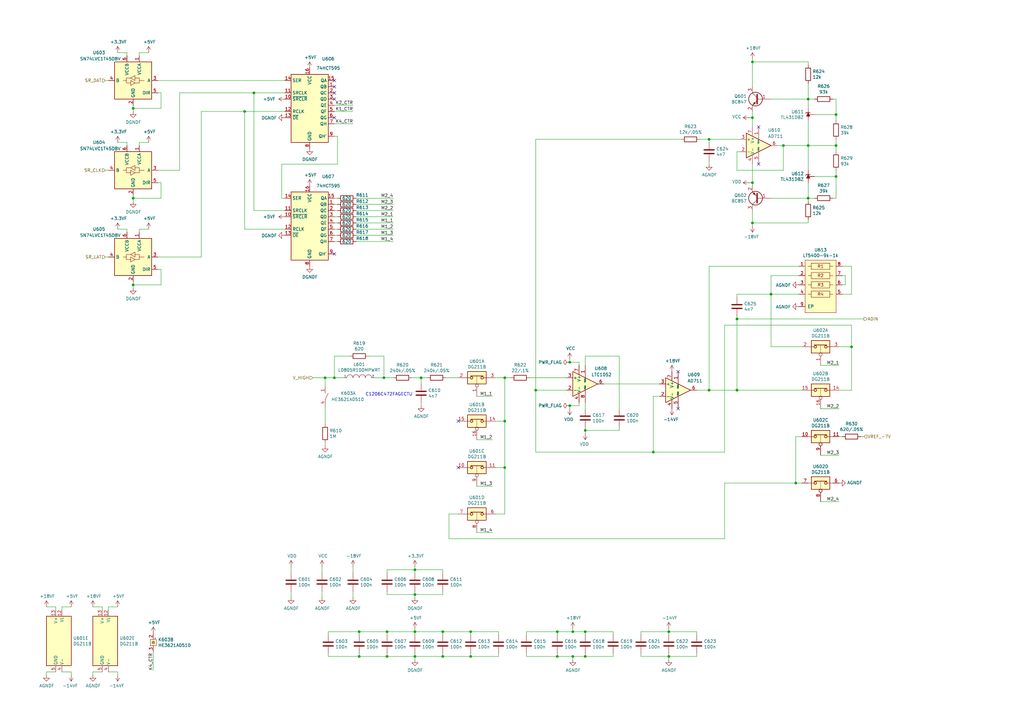
<source format=kicad_sch>
(kicad_sch (version 20230121) (generator eeschema)
  (paper "A3")
  (junction (at 147.32 269.24))
  (junction (at 170.18 233.68))
  (junction (at 342.9 72.39))
  (junction (at 170.18 259.08))
  (junction (at 233.68 148.59))
  (junction (at 342.9 46.99))
  (junction (at 147.32 259.08))
  (junction (at 308.61 25.4))
  (junction (at 157.48 154.94))
  (junction (at 349.25 142.24))
  (junction (at 342.9 59.69))
  (junction (at 207.01 191.77))
  (junction (at 100.33 45.72))
  (junction (at 331.47 81.28))
  (junction (at 308.61 91.44))
  (junction (at 240.03 176.53))
  (junction (at 234.95 259.08))
  (junction (at 302.26 160.02))
  (junction (at 308.61 74.93))
  (junction (at 193.04 259.08))
  (junction (at 181.61 259.08))
  (junction (at 234.95 269.24))
  (junction (at 308.61 48.26))
  (junction (at 331.47 40.64))
  (junction (at 267.97 185.42))
  (junction (at 321.31 59.69))
  (junction (at 240.03 259.08))
  (junction (at 133.35 154.94))
  (junction (at 274.32 269.24))
  (junction (at 219.71 160.02))
  (junction (at 170.18 243.84))
  (junction (at 326.39 198.12))
  (junction (at 170.18 269.24))
  (junction (at 54.61 116.84))
  (junction (at 233.68 166.37))
  (junction (at 158.75 259.08))
  (junction (at 207.01 172.72))
  (junction (at 207.01 154.94))
  (junction (at 228.6 269.24))
  (junction (at 228.6 259.08))
  (junction (at 274.32 259.08))
  (junction (at 172.72 154.94))
  (junction (at 240.03 269.24))
  (junction (at 104.14 38.1))
  (junction (at 54.61 44.45))
  (junction (at 331.47 59.69))
  (junction (at 290.83 160.02))
  (junction (at 137.16 154.94))
  (junction (at 193.04 269.24))
  (junction (at 316.23 120.65))
  (junction (at 302.26 130.81))
  (junction (at 158.75 269.24))
  (junction (at 54.61 81.28))
  (junction (at 290.83 57.15))
  (junction (at 181.61 269.24))
  (no_connect (at 137.16 48.26))
  (no_connect (at 278.13 152.4))
  (no_connect (at 187.96 191.77))
  (no_connect (at 311.15 52.07))
  (no_connect (at 187.96 172.72))
  (no_connect (at 311.15 67.31))
  (no_connect (at 137.16 35.56))
  (no_connect (at 137.16 104.14))
  (no_connect (at 137.16 33.02))
  (no_connect (at 137.16 40.64))
  (no_connect (at 278.13 167.64))
  (no_connect (at 137.16 38.1))
  (wire (pts (xy 29.21 276.86) (xy 29.21 275.59)))
  (wire (pts (xy 170.18 259.08) (xy 181.61 259.08)))
  (wire (pts (xy 233.68 148.59) (xy 237.49 148.59)))
  (wire (pts (xy 240.03 167.64) (xy 240.03 165.1)))
  (wire (pts (xy 215.9 259.08) (xy 228.6 259.08)))
  (wire (pts (xy 331.47 49.53) (xy 331.47 59.69)))
  (wire (pts (xy 207.01 154.94) (xy 209.55 154.94)))
  (wire (pts (xy 147.32 267.97) (xy 147.32 269.24)))
  (wire (pts (xy 170.18 270.51) (xy 170.18 269.24)))
  (wire (pts (xy 228.6 269.24) (xy 215.9 269.24)))
  (wire (pts (xy 342.9 46.99) (xy 342.9 49.53)))
  (wire (pts (xy 349.25 160.02) (xy 349.25 142.24)))
  (wire (pts (xy 100.33 93.98) (xy 100.33 45.72)))
  (wire (pts (xy 29.21 248.92) (xy 25.4 248.92)))
  (wire (pts (xy 193.04 260.35) (xy 193.04 259.08)))
  (wire (pts (xy 240.03 146.05) (xy 240.03 149.86)))
  (wire (pts (xy 29.21 275.59) (xy 25.4 275.59)))
  (wire (pts (xy 182.88 154.94) (xy 187.96 154.94)))
  (wire (pts (xy 66.04 116.84) (xy 66.04 110.49)))
  (wire (pts (xy 104.14 86.36) (xy 104.14 38.1)))
  (wire (pts (xy 207.01 154.94) (xy 203.2 154.94)))
  (wire (pts (xy 137.16 83.82) (xy 138.43 83.82)))
  (wire (pts (xy 345.44 116.84) (xy 346.71 116.84)))
  (wire (pts (xy 349.25 120.65) (xy 345.44 120.65)))
  (wire (pts (xy 331.47 81.28) (xy 331.47 74.93)))
  (wire (pts (xy 184.15 220.98) (xy 297.18 220.98)))
  (wire (pts (xy 57.15 22.86) (xy 57.15 21.59)))
  (wire (pts (xy 195.58 199.39) (xy 201.93 199.39)))
  (wire (pts (xy 302.26 62.23) (xy 302.26 69.85)))
  (wire (pts (xy 349.25 142.24) (xy 344.17 142.24)))
  (wire (pts (xy 119.38 234.95) (xy 119.38 232.41)))
  (wire (pts (xy 207.01 191.77) (xy 207.01 172.72)))
  (wire (pts (xy 168.91 154.94) (xy 172.72 154.94)))
  (wire (pts (xy 240.03 269.24) (xy 240.03 267.97)))
  (wire (pts (xy 137.16 96.52) (xy 138.43 96.52)))
  (wire (pts (xy 52.07 93.98) (xy 48.26 93.98)))
  (wire (pts (xy 116.84 93.98) (xy 100.33 93.98)))
  (wire (pts (xy 146.05 83.82) (xy 161.29 83.82)))
  (wire (pts (xy 328.93 198.12) (xy 326.39 198.12)))
  (wire (pts (xy 240.03 175.26) (xy 240.03 176.53)))
  (wire (pts (xy 308.61 67.31) (xy 308.61 74.93)))
  (wire (pts (xy 342.9 72.39) (xy 342.9 81.28)))
  (wire (pts (xy 326.39 179.07) (xy 328.93 179.07)))
  (wire (pts (xy 215.9 269.24) (xy 215.9 267.97)))
  (wire (pts (xy 170.18 233.68) (xy 181.61 233.68)))
  (wire (pts (xy 331.47 44.45) (xy 331.47 40.64)))
  (wire (pts (xy 267.97 162.56) (xy 267.97 185.42)))
  (wire (pts (xy 157.48 154.94) (xy 157.48 146.05)))
  (wire (pts (xy 157.48 146.05) (xy 151.13 146.05)))
  (wire (pts (xy 336.55 149.86) (xy 344.17 149.86)))
  (wire (pts (xy 207.01 172.72) (xy 207.01 154.94)))
  (wire (pts (xy 54.61 81.28) (xy 66.04 81.28)))
  (wire (pts (xy 170.18 260.35) (xy 170.18 259.08)))
  (wire (pts (xy 137.16 93.98) (xy 138.43 93.98)))
  (wire (pts (xy 254 176.53) (xy 254 175.26)))
  (wire (pts (xy 57.15 59.69) (xy 57.15 58.42)))
  (wire (pts (xy 19.05 276.86) (xy 19.05 275.59)))
  (wire (pts (xy 326.39 198.12) (xy 326.39 179.07)))
  (wire (pts (xy 234.95 257.81) (xy 234.95 259.08)))
  (wire (pts (xy 307.34 48.26) (xy 308.61 48.26)))
  (wire (pts (xy 297.18 198.12) (xy 326.39 198.12)))
  (wire (pts (xy 181.61 259.08) (xy 181.61 260.35)))
  (wire (pts (xy 232.41 154.94) (xy 217.17 154.94)))
  (wire (pts (xy 274.32 257.81) (xy 274.32 259.08)))
  (wire (pts (xy 203.2 191.77) (xy 207.01 191.77)))
  (wire (pts (xy 349.25 142.24) (xy 349.25 133.35)))
  (wire (pts (xy 158.75 260.35) (xy 158.75 259.08)))
  (wire (pts (xy 308.61 48.26) (xy 308.61 52.07)))
  (wire (pts (xy 133.35 181.61) (xy 133.35 182.88)))
  (wire (pts (xy 331.47 59.69) (xy 321.31 59.69)))
  (wire (pts (xy 181.61 243.84) (xy 181.61 242.57)))
  (wire (pts (xy 290.83 160.02) (xy 302.26 160.02)))
  (wire (pts (xy 331.47 34.29) (xy 331.47 40.64)))
  (wire (pts (xy 341.63 40.64) (xy 342.9 40.64)))
  (wire (pts (xy 240.03 260.35) (xy 240.03 259.08)))
  (wire (pts (xy 57.15 21.59) (xy 60.96 21.59)))
  (wire (pts (xy 73.66 69.85) (xy 73.66 38.1)))
  (wire (pts (xy 228.6 260.35) (xy 228.6 259.08)))
  (wire (pts (xy 115.57 67.31) (xy 138.43 67.31)))
  (wire (pts (xy 237.49 166.37) (xy 237.49 165.1)))
  (wire (pts (xy 57.15 95.25) (xy 57.15 93.98)))
  (wire (pts (xy 327.66 109.22) (xy 290.83 109.22)))
  (wire (pts (xy 215.9 260.35) (xy 215.9 259.08)))
  (wire (pts (xy 308.61 35.56) (xy 308.61 25.4)))
  (wire (pts (xy 321.31 69.85) (xy 321.31 59.69)))
  (wire (pts (xy 262.89 269.24) (xy 274.32 269.24)))
  (wire (pts (xy 144.78 234.95) (xy 144.78 232.41)))
  (wire (pts (xy 342.9 69.85) (xy 342.9 72.39)))
  (wire (pts (xy 138.43 67.31) (xy 138.43 55.88)))
  (wire (pts (xy 170.18 232.41) (xy 170.18 233.68)))
  (wire (pts (xy 157.48 154.94) (xy 161.29 154.94)))
  (wire (pts (xy 336.55 186.69) (xy 344.17 186.69)))
  (wire (pts (xy 331.47 40.64) (xy 334.01 40.64)))
  (wire (pts (xy 336.55 205.74) (xy 344.17 205.74)))
  (wire (pts (xy 308.61 24.13) (xy 308.61 25.4)))
  (wire (pts (xy 316.23 120.65) (xy 302.26 120.65)))
  (wire (pts (xy 172.72 166.37) (xy 172.72 165.1)))
  (wire (pts (xy 240.03 269.24) (xy 234.95 269.24)))
  (wire (pts (xy 134.62 259.08) (xy 147.32 259.08)))
  (wire (pts (xy 54.61 44.45) (xy 66.04 44.45)))
  (wire (pts (xy 38.1 248.92) (xy 41.91 248.92)))
  (wire (pts (xy 247.65 157.48) (xy 270.51 157.48)))
  (wire (pts (xy 308.61 25.4) (xy 331.47 25.4)))
  (wire (pts (xy 54.61 116.84) (xy 54.61 118.11)))
  (wire (pts (xy 137.16 50.8) (xy 144.78 50.8)))
  (wire (pts (xy 54.61 80.01) (xy 54.61 81.28)))
  (wire (pts (xy 349.25 109.22) (xy 349.25 120.65)))
  (wire (pts (xy 64.77 33.02) (xy 116.84 33.02)))
  (wire (pts (xy 52.07 59.69) (xy 52.07 58.42)))
  (wire (pts (xy 116.84 81.28) (xy 115.57 81.28)))
  (wire (pts (xy 158.75 269.24) (xy 170.18 269.24)))
  (wire (pts (xy 308.61 74.93) (xy 308.61 76.2)))
  (wire (pts (xy 193.04 269.24) (xy 193.04 267.97)))
  (wire (pts (xy 285.75 269.24) (xy 274.32 269.24)))
  (wire (pts (xy 302.26 69.85) (xy 321.31 69.85)))
  (wire (pts (xy 327.66 120.65) (xy 316.23 120.65)))
  (wire (pts (xy 158.75 243.84) (xy 170.18 243.84)))
  (wire (pts (xy 237.49 148.59) (xy 237.49 149.86)))
  (wire (pts (xy 219.71 57.15) (xy 279.4 57.15)))
  (wire (pts (xy 251.46 267.97) (xy 251.46 269.24)))
  (wire (pts (xy 54.61 43.18) (xy 54.61 44.45)))
  (wire (pts (xy 297.18 185.42) (xy 297.18 133.35)))
  (wire (pts (xy 170.18 242.57) (xy 170.18 243.84)))
  (wire (pts (xy 331.47 91.44) (xy 308.61 91.44)))
  (wire (pts (xy 143.51 146.05) (xy 137.16 146.05)))
  (wire (pts (xy 316.23 40.64) (xy 331.47 40.64)))
  (wire (pts (xy 181.61 233.68) (xy 181.61 234.95)))
  (wire (pts (xy 137.16 45.72) (xy 144.78 45.72)))
  (wire (pts (xy 48.26 276.86) (xy 48.26 275.59)))
  (wire (pts (xy 267.97 185.42) (xy 297.18 185.42)))
  (wire (pts (xy 137.16 154.94) (xy 133.35 154.94)))
  (wire (pts (xy 170.18 233.68) (xy 170.18 234.95)))
  (wire (pts (xy 331.47 90.17) (xy 331.47 91.44)))
  (wire (pts (xy 19.05 248.92) (xy 22.86 248.92)))
  (wire (pts (xy 232.41 160.02) (xy 219.71 160.02)))
  (wire (pts (xy 137.16 146.05) (xy 137.16 154.94)))
  (wire (pts (xy 308.61 91.44) (xy 308.61 86.36)))
  (wire (pts (xy 234.95 270.51) (xy 234.95 269.24)))
  (wire (pts (xy 316.23 142.24) (xy 316.23 120.65)))
  (wire (pts (xy 302.26 130.81) (xy 302.26 160.02)))
  (wire (pts (xy 308.61 45.72) (xy 308.61 48.26)))
  (wire (pts (xy 48.26 248.92) (xy 44.45 248.92)))
  (wire (pts (xy 240.03 177.8) (xy 240.03 176.53)))
  (wire (pts (xy 328.93 160.02) (xy 302.26 160.02)))
  (wire (pts (xy 54.61 115.57) (xy 54.61 116.84)))
  (wire (pts (xy 297.18 220.98) (xy 297.18 198.12)))
  (wire (pts (xy 134.62 267.97) (xy 134.62 269.24)))
  (wire (pts (xy 336.55 167.64) (xy 344.17 167.64)))
  (wire (pts (xy 181.61 269.24) (xy 181.61 267.97)))
  (wire (pts (xy 54.61 116.84) (xy 66.04 116.84)))
  (wire (pts (xy 158.75 267.97) (xy 158.75 269.24)))
  (wire (pts (xy 290.83 67.31) (xy 290.83 66.04)))
  (wire (pts (xy 302.26 130.81) (xy 354.33 130.81)))
  (wire (pts (xy 43.18 33.02) (xy 44.45 33.02)))
  (wire (pts (xy 115.57 81.28) (xy 115.57 67.31)))
  (wire (pts (xy 321.31 59.69) (xy 318.77 59.69)))
  (wire (pts (xy 52.07 95.25) (xy 52.07 93.98)))
  (wire (pts (xy 25.4 248.92) (xy 25.4 250.19)))
  (wire (pts (xy 240.03 176.53) (xy 254 176.53)))
  (wire (pts (xy 233.68 147.32) (xy 233.68 148.59)))
  (wire (pts (xy 274.32 260.35) (xy 274.32 259.08)))
  (wire (pts (xy 66.04 74.93) (xy 64.77 74.93)))
  (wire (pts (xy 331.47 69.85) (xy 331.47 59.69)))
  (wire (pts (xy 158.75 234.95) (xy 158.75 233.68)))
  (wire (pts (xy 193.04 269.24) (xy 181.61 269.24)))
  (wire (pts (xy 100.33 45.72) (xy 116.84 45.72)))
  (wire (pts (xy 137.16 88.9) (xy 138.43 88.9)))
  (wire (pts (xy 346.71 113.03) (xy 345.44 113.03)))
  (wire (pts (xy 137.16 154.94) (xy 140.97 154.94)))
  (wire (pts (xy 203.2 172.72) (xy 207.01 172.72)))
  (wire (pts (xy 66.04 44.45) (xy 66.04 38.1)))
  (wire (pts (xy 132.08 245.11) (xy 132.08 242.57)))
  (wire (pts (xy 285.75 267.97) (xy 285.75 269.24)))
  (wire (pts (xy 219.71 160.02) (xy 219.71 57.15)))
  (wire (pts (xy 285.75 160.02) (xy 290.83 160.02)))
  (wire (pts (xy 52.07 22.86) (xy 52.07 21.59)))
  (wire (pts (xy 52.07 21.59) (xy 48.26 21.59)))
  (wire (pts (xy 303.53 57.15) (xy 290.83 57.15)))
  (wire (pts (xy 181.61 259.08) (xy 193.04 259.08)))
  (wire (pts (xy 44.45 248.92) (xy 44.45 250.19)))
  (wire (pts (xy 62.865 267.335) (xy 62.865 274.955)))
  (wire (pts (xy 146.05 99.06) (xy 161.29 99.06)))
  (wire (pts (xy 147.32 260.35) (xy 147.32 259.08)))
  (wire (pts (xy 262.89 269.24) (xy 262.89 267.97)))
  (wire (pts (xy 158.75 233.68) (xy 170.18 233.68)))
  (wire (pts (xy 52.07 58.42) (xy 48.26 58.42)))
  (wire (pts (xy 147.32 259.08) (xy 158.75 259.08)))
  (wire (pts (xy 82.55 105.41) (xy 82.55 45.72)))
  (wire (pts (xy 22.86 248.92) (xy 22.86 250.19)))
  (wire (pts (xy 302.26 130.81) (xy 302.26 129.54)))
  (wire (pts (xy 132.08 234.95) (xy 132.08 232.41)))
  (wire (pts (xy 19.05 275.59) (xy 22.86 275.59)))
  (wire (pts (xy 334.01 81.28) (xy 331.47 81.28)))
  (wire (pts (xy 170.18 257.81) (xy 170.18 259.08)))
  (wire (pts (xy 170.18 269.24) (xy 181.61 269.24)))
  (wire (pts (xy 344.17 160.02) (xy 349.25 160.02)))
  (wire (pts (xy 146.05 93.98) (xy 161.29 93.98)))
  (wire (pts (xy 331.47 59.69) (xy 342.9 59.69)))
  (wire (pts (xy 204.47 269.24) (xy 193.04 269.24)))
  (wire (pts (xy 219.71 160.02) (xy 219.71 185.42)))
  (wire (pts (xy 270.51 162.56) (xy 267.97 162.56)))
  (wire (pts (xy 204.47 259.08) (xy 204.47 260.35)))
  (wire (pts (xy 345.44 109.22) (xy 349.25 109.22)))
  (wire (pts (xy 195.58 180.34) (xy 201.93 180.34)))
  (wire (pts (xy 228.6 259.08) (xy 234.95 259.08)))
  (wire (pts (xy 170.18 267.97) (xy 170.18 269.24)))
  (wire (pts (xy 82.55 45.72) (xy 100.33 45.72)))
  (wire (pts (xy 170.18 245.11) (xy 170.18 243.84)))
  (wire (pts (xy 133.35 154.94) (xy 128.27 154.94)))
  (wire (pts (xy 287.02 57.15) (xy 290.83 57.15)))
  (wire (pts (xy 144.78 245.11) (xy 144.78 242.57)))
  (wire (pts (xy 172.72 154.94) (xy 175.26 154.94)))
  (wire (pts (xy 134.62 269.24) (xy 147.32 269.24)))
  (wire (pts (xy 133.35 158.75) (xy 133.35 154.94)))
  (wire (pts (xy 146.05 86.36) (xy 161.29 86.36)))
  (wire (pts (xy 234.95 259.08) (xy 240.03 259.08)))
  (wire (pts (xy 334.01 72.39) (xy 342.9 72.39)))
  (wire (pts (xy 303.53 62.23) (xy 302.26 62.23)))
  (wire (pts (xy 66.04 81.28) (xy 66.04 74.93)))
  (wire (pts (xy 43.18 69.85) (xy 44.45 69.85)))
  (wire (pts (xy 48.26 275.59) (xy 44.45 275.59)))
  (wire (pts (xy 274.32 270.51) (xy 274.32 269.24)))
  (wire (pts (xy 262.89 260.35) (xy 262.89 259.08)))
  (wire (pts (xy 203.2 210.82) (xy 207.01 210.82)))
  (wire (pts (xy 331.47 25.4) (xy 331.47 26.67)))
  (wire (pts (xy 153.67 154.94) (xy 157.48 154.94)))
  (wire (pts (xy 342.9 81.28) (xy 341.63 81.28)))
  (wire (pts (xy 146.05 88.9) (xy 161.29 88.9)))
  (wire (pts (xy 207.01 210.82) (xy 207.01 191.77)))
  (wire (pts (xy 172.72 157.48) (xy 172.72 154.94)))
  (wire (pts (xy 147.32 269.24) (xy 158.75 269.24)))
  (wire (pts (xy 104.14 38.1) (xy 116.84 38.1)))
  (wire (pts (xy 302.26 120.65) (xy 302.26 121.92)))
  (wire (pts (xy 240.03 259.08) (xy 251.46 259.08)))
  (wire (pts (xy 254 146.05) (xy 240.03 146.05)))
  (wire (pts (xy 316.23 81.28) (xy 331.47 81.28)))
  (wire (pts (xy 38.1 276.86) (xy 38.1 275.59)))
  (wire (pts (xy 344.17 179.07) (xy 345.44 179.07)))
  (wire (pts (xy 38.1 275.59) (xy 41.91 275.59)))
  (wire (pts (xy 116.84 86.36) (xy 104.14 86.36)))
  (wire (pts (xy 137.16 91.44) (xy 138.43 91.44)))
  (wire (pts (xy 234.95 269.24) (xy 228.6 269.24)))
  (wire (pts (xy 133.35 166.37) (xy 133.35 173.99)))
  (wire (pts (xy 137.16 81.28) (xy 138.43 81.28)))
  (wire (pts (xy 353.06 179.07) (xy 354.33 179.07)))
  (wire (pts (xy 66.04 110.49) (xy 64.77 110.49)))
  (wire (pts (xy 290.83 109.22) (xy 290.83 160.02)))
  (wire (pts (xy 307.34 74.93) (xy 308.61 74.93)))
  (wire (pts (xy 349.25 133.35) (xy 297.18 133.35)))
  (wire (pts (xy 285.75 259.08) (xy 285.75 260.35)))
  (wire (pts (xy 73.66 38.1) (xy 104.14 38.1)))
  (wire (pts (xy 342.9 57.15) (xy 342.9 59.69)))
  (wire (pts (xy 316.23 120.65) (xy 316.23 113.03)))
  (wire (pts (xy 316.23 113.03) (xy 327.66 113.03)))
  (wire (pts (xy 346.71 116.84) (xy 346.71 113.03)))
  (wire (pts (xy 138.43 55.88) (xy 137.16 55.88)))
  (wire (pts (xy 119.38 245.11) (xy 119.38 242.57)))
  (wire (pts (xy 331.47 81.28) (xy 331.47 82.55)))
  (wire (pts (xy 219.71 185.42) (xy 267.97 185.42)))
  (wire (pts (xy 254 167.64) (xy 254 146.05)))
  (wire (pts (xy 274.32 269.24) (xy 274.32 267.97)))
  (wire (pts (xy 66.04 38.1) (xy 64.77 38.1)))
  (wire (pts (xy 158.75 259.08) (xy 170.18 259.08)))
  (wire (pts (xy 54.61 81.28) (xy 54.61 82.55)))
  (wire (pts (xy 228.6 269.24) (xy 228.6 267.97)))
  (wire (pts (xy 193.04 259.08) (xy 204.47 259.08)))
  (wire (pts (xy 137.16 43.18) (xy 144.78 43.18)))
  (wire (pts (xy 262.89 259.08) (xy 274.32 259.08)))
  (wire (pts (xy 251.46 259.08) (xy 251.46 260.35)))
  (wire (pts (xy 57.15 93.98) (xy 60.96 93.98)))
  (wire (pts (xy 290.83 57.15) (xy 290.83 58.42)))
  (wire (pts (xy 251.46 269.24) (xy 240.03 269.24)))
  (wire (pts (xy 233.68 166.37) (xy 237.49 166.37)))
  (wire (pts (xy 54.61 44.45) (xy 54.61 45.72)))
  (wire (pts (xy 137.16 86.36) (xy 138.43 86.36)))
  (wire (pts (xy 146.05 91.44) (xy 161.29 91.44)))
  (wire (pts (xy 195.58 162.56) (xy 201.93 162.56)))
  (wire (pts (xy 342.9 59.69) (xy 342.9 62.23)))
  (wire (pts (xy 146.05 96.52) (xy 161.29 96.52)))
  (wire (pts (xy 146.05 81.28) (xy 161.29 81.28)))
  (wire (pts (xy 170.18 243.84) (xy 181.61 243.84)))
  (wire (pts (xy 308.61 92.71) (xy 308.61 91.44)))
  (wire (pts (xy 334.01 46.99) (xy 342.9 46.99)))
  (wire (pts (xy 274.32 259.08) (xy 285.75 259.08)))
  (wire (pts (xy 328.93 142.24) (xy 316.23 142.24)))
  (wire (pts (xy 158.75 242.57) (xy 158.75 243.84)))
  (wire (pts (xy 137.16 99.06) (xy 138.43 99.06)))
  (wire (pts (xy 57.15 58.42) (xy 60.96 58.42)))
  (wire (pts (xy 187.96 210.82) (xy 184.15 210.82)))
  (wire (pts (xy 64.77 105.41) (xy 82.55 105.41)))
  (wire (pts (xy 64.77 69.85) (xy 73.66 69.85)))
  (wire (pts (xy 233.68 167.64) (xy 233.68 166.37)))
  (wire (pts (xy 204.47 269.24) (xy 204.47 267.97)))
  (wire (pts (xy 41.91 248.92) (xy 41.91 250.19)))
  (wire (pts (xy 195.58 218.44) (xy 201.93 218.44)))
  (wire (pts (xy 184.15 210.82) (xy 184.15 220.98)))
  (wire (pts (xy 134.62 259.08) (xy 134.62 260.35)))
  (wire (pts (xy 43.18 105.41) (xy 44.45 105.41)))
  (wire (pts (xy 342.9 40.64) (xy 342.9 46.99)))
  (text "C1206C472FAGECTU" (at 149.86 162.56 0) (effects (font (size 1.27 1.27)) (justify left bottom)))
  (label "M1_2" (at 161.29 93.98 180))
  (label "K4_CTR" (at 62.865 274.955 90))
  (label "K1_CTR" (at 144.78 45.72 180))
  (label "M1_1" (at 201.93 162.56 180))
  (label "K2_CTR" (at 144.78 43.18 180))
  (label "M2_2" (at 161.29 86.36 180))
  (label "M1_4" (at 201.93 218.44 180))
  (label "M1_2" (at 201.93 180.34 180))
  (label "M2_1" (at 161.29 88.9 180))
  (label "M2_2" (at 344.17 167.64 180))
  (label "M2_4" (at 161.29 81.28 180))
  (label "M2_1" (at 344.17 149.86 180))
  (label "K4_CTR" (at 144.78 50.8 180))
  (label "M1_1" (at 161.29 91.44 180))
  (label "M2_3" (at 344.17 186.69 180))
  (label "M2_4" (at 344.17 205.74 180))
  (label "M2_3" (at 161.29 83.82 180))
  (label "M1_3" (at 161.29 96.52 180))
  (label "M1_3" (at 201.93 199.39 180))
  (label "M1_4" (at 161.29 99.06 180))
  (hierarchical_label "SR_CLK" (shape input) (at 43.18 69.85 180))
  (hierarchical_label "V_HIGH" (shape input) (at 128.27 154.94 180))
  (hierarchical_label "ADIN" (shape output) (at 354.33 130.81 0))
  (hierarchical_label "SR_DAT" (shape input) (at 43.18 33.02 180))
  (hierarchical_label "SR_LAT" (shape input) (at 43.18 105.41 180))
  (hierarchical_label "VREF_-7V" (shape input) (at 354.33 179.07 0))
  (symbol (lib_id "ADC_TEST:+18VF") (at 19.05 248.92 0) (unit 1)
    (property "Reference" "#PWR0601" (effects hide))
    (property "Value" "+18VF" (at 19.431 244.5258 0))
  )
  (symbol (lib_id "ADC_TEST:-14VF") (at 29.21 276.86 180) (unit 1)
    (property "Reference" "#PWR0604" (effects hide))
    (property "Value" "-14VF" (at 28.829 281.2542 0))
  )
  (symbol (lib_id "ADC_TEST:DGNDF") (at 54.61 45.72 0) (unit 1)
    (property "Reference" "#PWR0613" (effects hide))
    (property "Value" "DGNDF" (at 54.737 50.1142 0))
  )
  (symbol (lib_id "ADC_TEST:+5VF") (at 60.96 21.59 0) (unit 1)
    (property "Reference" "#PWR0616" (effects hide))
    (property "Value" "+5VF" (at 61.341 17.1958 0))
  )
  (symbol (lib_id "Logic_LevelTranslator:SN74LVC1T45DBV") (at 54.61 33.02 0) (mirror y) (unit 1)
    (property "Reference" "U603" (at 43.18 21.59 0) (effects (justify left)))
    (property "Value" "SN74LVC1T45DBV" (at 49.53 24.13 0) (effects (justify left)))
    (property "Footprint" "Package_TO_SOT_SMD:SOT-23-6" (effects hide))
    (property "Datasheet" "http://www.ti.com/lit/ds/symlink/sn74lvc1t45.pdf" (effects hide))
  )
  (symbol (lib_id "ADC_TEST:+18VF") (at 38.1 248.92 0) (unit 1)
    (property "Reference" "#PWR0605" (effects hide))
    (property "Value" "+18VF" (at 38.481 244.5258 0))
  )
  (symbol (lib_id "ADC_TEST:-14VF") (at 48.26 276.86 180) (unit 1)
    (property "Reference" "#PWR0612" (effects hide))
    (property "Value" "-14VF" (at 47.879 281.2542 0))
  )
  (symbol (lib_id "ADC_TEST:AD711") (at 278.13 160.02 0) (unit 1)
    (property "Reference" "U609" (at 281.94 153.67 0) (effects (justify left)))
    (property "Value" "AD711" (at 281.94 156.21 0) (effects (justify left)))
    (property "Footprint" "Package_SO:SOIC-8_3.9x4.9mm_P1.27mm" (effects hide))
  )
  (symbol (lib_id "ADC_TEST:+3.3VF") (at 48.26 93.98 0) (unit 1)
    (property "Reference" "#PWR0610" (effects hide))
    (property "Value" "+3.3VF" (at 48.641 89.5858 0))
  )
  (symbol (lib_id "ADC_TEST:+3.3VF") (at 48.26 58.42 0) (unit 1)
    (property "Reference" "#PWR0609" (effects hide))
    (property "Value" "+3.3VF" (at 48.641 54.0258 0))
  )
  (symbol (lib_id "ADC_TEST:+3.3VF") (at 48.26 21.59 0) (unit 1)
    (property "Reference" "#PWR0608" (effects hide))
    (property "Value" "+3.3VF" (at 48.641 17.1958 0))
  )
  (symbol (lib_id "ADC_TEST:DGNDF") (at 170.18 245.11 0) (unit 1)
    (property "Reference" "#PWR0638" (effects hide))
    (property "Value" "DGNDF" (at 170.307 249.5042 0))
  )
  (symbol (lib_id "ADC_TEST:AGNDF") (at 19.05 276.86 0) (unit 1)
    (property "Reference" "#PWR0602" (effects hide))
    (property "Value" "AGNDF" (at 19.177 281.2542 0))
  )
  (symbol (lib_id "ADC_TEST:+3.3VF") (at 170.18 232.41 0) (unit 1)
    (property "Reference" "#PWR0637" (effects hide))
    (property "Value" "+3.3VF" (at 170.561 228.0158 0))
  )
  (symbol (lib_id "ADC_TEST:AD711") (at 311.15 59.69 0) (unit 1)
    (property "Reference" "U610" (at 314.96 53.34 0) (effects (justify left)))
    (property "Value" "AD711" (at 314.96 55.88 0) (effects (justify left)))
    (property "Footprint" "Package_SO:SOIC-8_3.9x4.9mm_P1.27mm" (effects hide))
  )
  (symbol (lib_id "ADC_TEST:AGNDF") (at 38.1 276.86 0) (unit 1)
    (property "Reference" "#PWR0606" (effects hide))
    (property "Value" "AGNDF" (at 38.227 281.2542 0))
  )
  (symbol (lib_id "Transistor_BJT:BC847") (at 311.15 40.64 0) (mirror y) (unit 1)
    (property "Reference" "Q601" (at 306.2986 39.4716 0) (effects (justify left)))
    (property "Value" "BC847" (at 306.2986 41.783 0) (effects (justify left)))
    (property "Footprint" "Package_TO_SOT_SMD:SOT-23" (effects hide))
    (property "Datasheet" "http://www.infineon.com/dgdl/Infineon-BC847SERIES_BC848SERIES_BC849SERIES_BC850SERIES-DS-v01_01-en.pdf?fileId=db3a304314dca389011541d4630a1657" (effects hide))
  )
  (symbol (lib_id "Transistor_BJT:BC857") (at 311.15 81.28 180) (unit 1)
    (property "Reference" "Q602" (at 306.2986 80.1116 0) (effects (justify left)))
    (property "Value" "BC857" (at 306.2986 82.423 0) (effects (justify left)))
    (property "Footprint" "Package_TO_SOT_SMD:SOT-23" (effects hide))
    (property "Datasheet" "http://www.fairchildsemi.com/ds/BC/BC856.pdf" (effects hide))
  )
  (symbol (lib_id "ADC_TEST:+5VF") (at 29.21 248.92 0) (unit 1)
    (property "Reference" "#PWR0603" (effects hide))
    (property "Value" "+5VF" (at 29.591 244.5258 0))
  )
  (symbol (lib_id "ADC_TEST:+5VF") (at 48.26 248.92 0) (unit 1)
    (property "Reference" "#PWR0611" (effects hide))
    (property "Value" "+5VF" (at 48.641 244.5258 0))
  )
  (symbol (lib_id "Device:R") (at 142.24 91.44 270) (unit 1)
    (property "Reference" "R615" (at 148.59 90.17 90))
    (property "Value" "620" (at 142.24 91.44 90))
    (property "Footprint" "Resistor_SMD:R_0603_1608Metric_Pad1.05x0.95mm_HandSolder" (effects hide))
  )
  (symbol (lib_id "Device:R") (at 142.24 93.98 270) (unit 1)
    (property "Reference" "R616" (at 148.59 92.71 90))
    (property "Value" "620" (at 142.24 93.98 90))
    (property "Footprint" "Resistor_SMD:R_0603_1608Metric_Pad1.05x0.95mm_HandSolder" (effects hide))
  )
  (symbol (lib_id "Device:R") (at 142.24 96.52 270) (unit 1)
    (property "Reference" "R617" (at 148.59 95.25 90))
    (property "Value" "620" (at 142.24 96.52 90))
    (property "Footprint" "Resistor_SMD:R_0603_1608Metric_Pad1.05x0.95mm_HandSolder" (effects hide))
  )
  (symbol (lib_id "Device:R") (at 142.24 99.06 270) (unit 1)
    (property "Reference" "R618" (at 148.59 97.79 90))
    (property "Value" "620" (at 142.24 99.06 90))
    (property "Footprint" "Resistor_SMD:R_0603_1608Metric_Pad1.05x0.95mm_HandSolder" (effects hide))
  )
  (symbol (lib_id "Device:R") (at 142.24 88.9 270) (unit 1)
    (property "Reference" "R614" (at 148.59 87.63 90))
    (property "Value" "620" (at 142.24 88.9 90))
    (property "Footprint" "Resistor_SMD:R_0603_1608Metric_Pad1.05x0.95mm_HandSolder" (effects hide))
  )
  (symbol (lib_id "Device:R") (at 142.24 86.36 270) (unit 1)
    (property "Reference" "R613" (at 148.59 85.09 90))
    (property "Value" "620" (at 142.24 86.36 90))
    (property "Footprint" "Resistor_SMD:R_0603_1608Metric_Pad1.05x0.95mm_HandSolder" (effects hide))
  )
  (symbol (lib_id "Device:R") (at 142.24 83.82 270) (unit 1)
    (property "Reference" "R612" (at 148.59 82.55 90))
    (property "Value" "620" (at 142.24 83.82 90))
    (property "Footprint" "Resistor_SMD:R_0603_1608Metric_Pad1.05x0.95mm_HandSolder" (effects hide))
  )
  (symbol (lib_id "Device:R") (at 142.24 81.28 270) (unit 1)
    (property "Reference" "R611" (at 148.59 80.01 90))
    (property "Value" "620" (at 142.24 81.28 90))
    (property "Footprint" "Resistor_SMD:R_0603_1608Metric_Pad1.05x0.95mm_HandSolder" (effects hide))
  )
  (symbol (lib_id "ADC_TEST:DGNDF") (at 54.61 118.11 0) (unit 1)
    (property "Reference" "#PWR0615" (effects hide))
    (property "Value" "DGNDF" (at 54.737 122.5042 0))
  )
  (symbol (lib_id "ADC_TEST:+5VF") (at 60.96 93.98 0) (unit 1)
    (property "Reference" "#PWR0618" (effects hide))
    (property "Value" "+5VF" (at 61.341 89.5858 0))
  )
  (symbol (lib_id "Logic_LevelTranslator:SN74LVC1T45DBV") (at 54.61 105.41 0) (mirror y) (unit 1)
    (property "Reference" "U605" (at 43.18 93.98 0) (effects (justify left)))
    (property "Value" "SN74LVC1T45DBV" (at 49.53 96.52 0) (effects (justify left)))
    (property "Footprint" "Package_TO_SOT_SMD:SOT-23-6" (effects hide))
    (property "Datasheet" "http://www.ti.com/lit/ds/symlink/sn74lvc1t45.pdf" (effects hide))
  )
  (symbol (lib_id "ADC_TEST:DGNDF") (at 54.61 82.55 0) (unit 1)
    (property "Reference" "#PWR0614" (effects hide))
    (property "Value" "DGNDF" (at 54.737 86.9442 0))
  )
  (symbol (lib_id "ADC_TEST:+5VF") (at 60.96 58.42 0) (unit 1)
    (property "Reference" "#PWR0617" (effects hide))
    (property "Value" "+5VF" (at 61.341 54.0258 0))
  )
  (symbol (lib_id "Logic_LevelTranslator:SN74LVC1T45DBV") (at 54.61 69.85 0) (mirror y) (unit 1)
    (property "Reference" "U604" (at 43.18 58.42 0) (effects (justify left)))
    (property "Value" "SN74LVC1T45DBV" (at 49.53 60.96 0) (effects (justify left)))
    (property "Footprint" "Package_TO_SOT_SMD:SOT-23-6" (effects hide))
    (property "Datasheet" "http://www.ti.com/lit/ds/symlink/sn74lvc1t45.pdf" (effects hide))
  )
  (symbol (lib_id "Device:C") (at 193.04 264.16 0) (unit 1)
    (property "Reference" "C613" (at 195.961 262.9916 0) (effects (justify left)))
    (property "Value" "100n" (at 195.961 265.303 0) (effects (justify left)))
    (property "Footprint" "Capacitor_SMD:C_0603_1608Metric_Pad1.05x0.95mm_HandSolder" (effects hide))
  )
  (symbol (lib_id "Device:C") (at 204.47 264.16 0) (unit 1)
    (property "Reference" "C614" (at 207.391 262.9916 0) (effects (justify left)))
    (property "Value" "100n" (at 207.391 265.303 0) (effects (justify left)))
    (property "Footprint" "Capacitor_SMD:C_0603_1608Metric_Pad1.05x0.95mm_HandSolder" (effects hide))
  )
  (symbol (lib_id "Device:C") (at 158.75 238.76 0) (unit 1)
    (property "Reference" "C606" (at 161.671 237.5916 0) (effects (justify left)))
    (property "Value" "100n" (at 161.671 239.903 0) (effects (justify left)))
    (property "Footprint" "Capacitor_SMD:C_0603_1608Metric_Pad1.05x0.95mm_HandSolder" (effects hide))
  )
  (symbol (lib_id "Device:C") (at 170.18 238.76 0) (unit 1)
    (property "Reference" "C608" (at 173.101 237.5916 0) (effects (justify left)))
    (property "Value" "100n" (at 173.101 239.903 0) (effects (justify left)))
    (property "Footprint" "Capacitor_SMD:C_0603_1608Metric_Pad1.05x0.95mm_HandSolder" (effects hide))
  )
  (symbol (lib_id "Device:C") (at 181.61 238.76 0) (unit 1)
    (property "Reference" "C611" (at 184.531 237.5916 0) (effects (justify left)))
    (property "Value" "100n" (at 184.531 239.903 0) (effects (justify left)))
    (property "Footprint" "Capacitor_SMD:C_0603_1608Metric_Pad1.05x0.95mm_HandSolder" (effects hide))
  )
  (symbol (lib_id "power:PWR_FLAG") (at 233.68 148.59 90) (unit 1)
    (property "Reference" "#FLG0601" (effects hide))
    (property "Value" "PWR_FLAG" (at 230.4542 148.59 90) (effects (justify left)))
  )
  (symbol (lib_id "power:PWR_FLAG") (at 233.68 166.37 90) (unit 1)
    (property "Reference" "#FLG0602" (effects hide))
    (property "Value" "PWR_FLAG" (at 230.4542 166.37 90) (effects (justify left)))
  )
  (symbol (lib_id "74xx:74HCT595") (at 127 43.18 0) (unit 1)
    (property "Reference" "U606" (at 134.62 24.13 0))
    (property "Value" "74HCT595" (at 134.62 27.94 0))
    (property "Footprint" "Package_SO:TSSOP-16_4.4x5mm_P0.65mm" (effects hide))
    (property "Datasheet" "https://assets.nexperia.com/documents/data-sheet/74HC_HCT595.pdf" (effects hide))
  )
  (symbol (lib_id "ADC_TEST:DGNDF") (at 116.84 48.26 270) (unit 1)
    (property "Reference" "#PWR0623" (effects hide))
    (property "Value" "DGNDF" (at 113.6142 48.387 90) (effects (justify right)))
  )
  (symbol (lib_id "ADC_TEST:+5VF") (at 127 27.94 0) (unit 1)
    (property "Reference" "#PWR0628" (effects hide))
    (property "Value" "+5VF" (at 127.381 23.5458 0))
  )
  (symbol (lib_id "ADC_TEST:+5VF") (at 116.84 40.64 90) (unit 1)
    (property "Reference" "#PWR0622" (effects hide))
    (property "Value" "+5VF" (at 113.03 40.64 90) (effects (justify left)))
  )
  (symbol (lib_id "ADC_TEST:DGNDF") (at 127 60.96 0) (unit 1)
    (property "Reference" "#PWR0629" (effects hide))
    (property "Value" "DGNDF" (at 127.127 65.3542 0))
  )
  (symbol (lib_id "74xx:74HCT595") (at 127 91.44 0) (unit 1)
    (property "Reference" "U607" (at 134.62 72.39 0))
    (property "Value" "74HCT595" (at 134.62 76.2 0))
    (property "Footprint" "Package_SO:TSSOP-16_4.4x5mm_P0.65mm" (effects hide))
    (property "Datasheet" "https://assets.nexperia.com/documents/data-sheet/74HC_HCT595.pdf" (effects hide))
  )
  (symbol (lib_id "ADC_TEST:DGNDF") (at 116.84 96.52 270) (unit 1)
    (property "Reference" "#PWR0625" (effects hide))
    (property "Value" "DGNDF" (at 113.6142 96.647 90) (effects (justify right)))
  )
  (symbol (lib_id "ADC_TEST:+5VF") (at 127 76.2 0) (unit 1)
    (property "Reference" "#PWR0630" (effects hide))
    (property "Value" "+5VF" (at 127.381 71.8058 0))
  )
  (symbol (lib_id "ADC_TEST:+5VF") (at 116.84 88.9 90) (unit 1)
    (property "Reference" "#PWR0624" (effects hide))
    (property "Value" "+5VF" (at 113.03 88.9 90) (effects (justify left)))
  )
  (symbol (lib_id "ADC_TEST:DGNDF") (at 127 109.22 0) (unit 1)
    (property "Reference" "#PWR0631" (effects hide))
    (property "Value" "DGNDF" (at 127.127 113.6142 0))
  )
  (symbol (lib_id "Device:C") (at 134.62 264.16 0) (unit 1)
    (property "Reference" "C603" (at 137.541 262.9916 0) (effects (justify left)))
    (property "Value" "100n" (at 137.541 265.303 0) (effects (justify left)))
    (property "Footprint" "Capacitor_SMD:C_0603_1608Metric_Pad1.05x0.95mm_HandSolder" (effects hide))
  )
  (symbol (lib_id "ADC_TEST:+5VF") (at 170.18 257.81 0) (unit 1)
    (property "Reference" "#PWR0639" (effects hide))
    (property "Value" "+5VF" (at 170.561 253.4158 0))
  )
  (symbol (lib_id "Device:C") (at 147.32 264.16 0) (unit 1)
    (property "Reference" "C605" (at 150.241 262.9916 0) (effects (justify left)))
    (property "Value" "100n" (at 150.241 265.303 0) (effects (justify left)))
    (property "Footprint" "Capacitor_SMD:C_0603_1608Metric_Pad1.05x0.95mm_HandSolder" (effects hide))
  )
  (symbol (lib_id "Device:C") (at 158.75 264.16 0) (unit 1)
    (property "Reference" "C607" (at 161.671 262.9916 0) (effects (justify left)))
    (property "Value" "100n" (at 161.671 265.303 0) (effects (justify left)))
    (property "Footprint" "Capacitor_SMD:C_0603_1608Metric_Pad1.05x0.95mm_HandSolder" (effects hide))
  )
  (symbol (lib_id "Device:C") (at 170.18 264.16 0) (unit 1)
    (property "Reference" "C609" (at 173.101 262.9916 0) (effects (justify left)))
    (property "Value" "100n" (at 173.101 265.303 0) (effects (justify left)))
    (property "Footprint" "Capacitor_SMD:C_0603_1608Metric_Pad1.05x0.95mm_HandSolder" (effects hide))
  )
  (symbol (lib_id "Device:C") (at 181.61 264.16 0) (unit 1)
    (property "Reference" "C612" (at 184.531 262.9916 0) (effects (justify left)))
    (property "Value" "100n" (at 184.531 265.303 0) (effects (justify left)))
    (property "Footprint" "Capacitor_SMD:C_0603_1608Metric_Pad1.05x0.95mm_HandSolder" (effects hide))
  )
  (symbol (lib_id "power:VDD") (at 119.38 232.41 0) (unit 1)
    (property "Reference" "#PWR0626" (effects hide))
    (property "Value" "VDD" (at 119.761 228.0158 0))
  )
  (symbol (lib_id "power:VCC") (at 132.08 232.41 0) (unit 1)
    (property "Reference" "#PWR0632" (effects hide))
    (property "Value" "VCC" (at 132.461 228.0158 0))
  )
  (symbol (lib_id "Device:C") (at 119.38 238.76 0) (unit 1)
    (property "Reference" "C601" (at 122.301 237.5916 0) (effects (justify left)))
    (property "Value" "100n" (at 122.301 239.903 0) (effects (justify left)))
    (property "Footprint" "Capacitor_SMD:C_0603_1608Metric_Pad1.05x0.95mm_HandSolder" (effects hide))
  )
  (symbol (lib_id "Device:C") (at 132.08 238.76 0) (unit 1)
    (property "Reference" "C602" (at 135.001 237.5916 0) (effects (justify left)))
    (property "Value" "100n" (at 135.001 239.903 0) (effects (justify left)))
    (property "Footprint" "Capacitor_SMD:C_0603_1608Metric_Pad1.05x0.95mm_HandSolder" (effects hide))
  )
  (symbol (lib_id "ADC_TEST:AGNDF") (at 119.38 245.11 0) (unit 1)
    (property "Reference" "#PWR0627" (effects hide))
    (property "Value" "AGNDF" (at 119.507 249.5042 0))
  )
  (symbol (lib_id "ADC_TEST:DGNDF") (at 170.18 270.51 0) (unit 1)
    (property "Reference" "#PWR0640" (effects hide))
    (property "Value" "DGNDF" (at 170.307 274.9042 0))
  )
  (symbol (lib_id "ADC_TEST:AGNDF") (at 132.08 245.11 0) (unit 1)
    (property "Reference" "#PWR0633" (effects hide))
    (property "Value" "AGNDF" (at 132.207 249.5042 0))
  )
  (symbol (lib_id "Device:C") (at 215.9 264.16 0) (unit 1)
    (property "Reference" "C615" (at 218.821 262.9916 0) (effects (justify left)))
    (property "Value" "100n" (at 218.821 265.303 0) (effects (justify left)))
    (property "Footprint" "Capacitor_SMD:C_0603_1608Metric_Pad1.05x0.95mm_HandSolder" (effects hide))
  )
  (symbol (lib_id "Device:C") (at 228.6 264.16 0) (unit 1)
    (property "Reference" "C616" (at 231.521 262.9916 0) (effects (justify left)))
    (property "Value" "100n" (at 231.521 265.303 0) (effects (justify left)))
    (property "Footprint" "Capacitor_SMD:C_0603_1608Metric_Pad1.05x0.95mm_HandSolder" (effects hide))
  )
  (symbol (lib_id "Device:C") (at 240.03 264.16 0) (unit 1)
    (property "Reference" "C618" (at 242.951 262.9916 0) (effects (justify left)))
    (property "Value" "100n" (at 242.951 265.303 0) (effects (justify left)))
    (property "Footprint" "Capacitor_SMD:C_0603_1608Metric_Pad1.05x0.95mm_HandSolder" (effects hide))
  )
  (symbol (lib_id "Device:C") (at 251.46 264.16 0) (unit 1)
    (property "Reference" "C619" (at 254.381 262.9916 0) (effects (justify left)))
    (property "Value" "100n" (at 254.381 265.303 0) (effects (justify left)))
    (property "Footprint" "Capacitor_SMD:C_0603_1608Metric_Pad1.05x0.95mm_HandSolder" (effects hide))
  )
  (symbol (lib_id "ADC_TEST:AGNDF") (at 234.95 270.51 0) (unit 1)
    (property "Reference" "#PWR0645" (effects hide))
    (property "Value" "AGNDF" (at 235.077 274.9042 0))
  )
  (symbol (lib_id "Device:C") (at 144.78 238.76 0) (unit 1)
    (property "Reference" "C604" (at 147.701 237.5916 0) (effects (justify left)))
    (property "Value" "100n" (at 147.701 239.903 0) (effects (justify left)))
    (property "Footprint" "Capacitor_SMD:C_0603_1608Metric_Pad1.05x0.95mm_HandSolder" (effects hide))
  )
  (symbol (lib_id "Device:C") (at 262.89 264.16 0) (unit 1)
    (property "Reference" "C621" (at 265.811 262.9916 0) (effects (justify left)))
    (property "Value" "100n" (at 265.811 265.303 0) (effects (justify left)))
    (property "Footprint" "Capacitor_SMD:C_0603_1608Metric_Pad1.05x0.95mm_HandSolder" (effects hide))
  )
  (symbol (lib_id "Device:C") (at 274.32 264.16 0) (unit 1)
    (property "Reference" "C622" (at 277.241 262.9916 0) (effects (justify left)))
    (property "Value" "100n" (at 277.241 265.303 0) (effects (justify left)))
    (property "Footprint" "Capacitor_SMD:C_0603_1608Metric_Pad1.05x0.95mm_HandSolder" (effects hide))
  )
  (symbol (lib_id "Device:C") (at 285.75 264.16 0) (unit 1)
    (property "Reference" "C623" (at 288.671 262.9916 0) (effects (justify left)))
    (property "Value" "100n" (at 288.671 265.303 0) (effects (justify left)))
    (property "Footprint" "Capacitor_SMD:C_0603_1608Metric_Pad1.05x0.95mm_HandSolder" (effects hide))
  )
  (symbol (lib_id "ADC_TEST:AGNDF") (at 274.32 270.51 0) (unit 1)
    (property "Reference" "#PWR0648" (effects hide))
    (property "Value" "AGNDF" (at 274.447 274.9042 0))
  )
  (symbol (lib_id "ADC_TEST:+18VF") (at 234.95 257.81 0) (unit 1)
    (property "Reference" "#PWR0644" (effects hide))
    (property "Value" "+18VF" (at 235.331 253.4158 0))
  )
  (symbol (lib_id "ADC_TEST:-18VF") (at 144.78 232.41 0) (unit 1)
    (property "Reference" "#PWR0635" (effects hide))
    (property "Value" "-18VF" (at 145.161 228.0158 0))
  )
  (symbol (lib_id "ADC_TEST:AGNDF") (at 144.78 245.11 0) (unit 1)
    (property "Reference" "#PWR0636" (effects hide))
    (property "Value" "AGNDF" (at 144.907 249.5042 0))
  )
  (symbol (lib_id "ADC_TEST:-14VF") (at 274.32 257.81 0) (unit 1)
    (property "Reference" "#PWR0647" (effects hide))
    (property "Value" "-14VF" (at 274.701 253.4158 0))
  )
  (symbol (lib_id "ADC_TEST:DG211") (at 195.58 154.94 0) (unit 1)
    (property "Reference" "U601" (at 195.58 148.1582 0))
    (property "Value" "DG211B" (at 195.58 150.4696 0))
    (property "Footprint" "Package_SO:SOIC-16_3.9x9.9mm_P1.27mm" (effects hide))
  )
  (symbol (lib_id "ADC_TEST:DG211") (at 195.58 172.72 0) (mirror y) (unit 2)
    (property "Reference" "U601" (at 195.58 165.9382 0))
    (property "Value" "DG211B" (at 195.58 168.2496 0))
    (property "Footprint" "Package_SO:SOIC-16_3.9x9.9mm_P1.27mm" (effects hide))
  )
  (symbol (lib_id "ADC_TEST:DG211") (at 195.58 191.77 0) (mirror y) (unit 3)
    (property "Reference" "U601" (at 195.58 184.9882 0))
    (property "Value" "DG211B" (at 195.58 187.2996 0))
    (property "Footprint" "Package_SO:SOIC-16_3.9x9.9mm_P1.27mm" (effects hide))
  )
  (symbol (lib_id "ADC_TEST:DG211") (at 195.58 210.82 0) (unit 4)
    (property "Reference" "U601" (at 195.58 204.0382 0))
    (property "Value" "DG211B" (at 195.58 206.3496 0))
    (property "Footprint" "Package_SO:SOIC-16_3.9x9.9mm_P1.27mm" (effects hide))
  )
  (symbol (lib_id "ADC_TEST:DG211") (at 22.86 262.89 0) (unit 5)
    (property "Reference" "U601" (at 29.972 261.7216 0) (effects (justify left)))
    (property "Value" "DG211B" (at 29.972 264.033 0) (effects (justify left)))
    (property "Footprint" "Package_SO:SOIC-16_3.9x9.9mm_P1.27mm" (effects hide))
  )
  (symbol (lib_id "Device:R") (at 179.07 154.94 270) (unit 1)
    (property "Reference" "R621" (at 179.07 149.6822 90))
    (property "Value" "240k/.05%" (at 179.07 151.9936 90))
    (property "Footprint" "Resistor_SMD:R_0805_2012Metric_Pad1.15x1.40mm_HandSolder" (effects hide))
  )
  (symbol (lib_id "Device:C") (at 172.72 161.29 180) (unit 1)
    (property "Reference" "C610" (at 175.641 160.1216 0) (effects (justify right)))
    (property "Value" "4n7" (at 175.641 162.433 0) (effects (justify right)))
    (property "Footprint" "Capacitor_SMD:C_1206_3216Metric_Pad1.42x1.75mm_HandSolder" (effects hide))
  )
  (symbol (lib_id "Device:R") (at 165.1 154.94 270) (unit 1)
    (property "Reference" "R620" (at 165.1 149.6822 90))
    (property "Value" "240k/.05%" (at 165.1 151.9936 90))
    (property "Footprint" "Resistor_SMD:R_0805_2012Metric_Pad1.15x1.40mm_HandSolder" (effects hide))
  )
  (symbol (lib_id "ADC_Test-rescue:INDUCTOR-pspice") (at 147.32 154.94 0) (unit 1)
    (property "Reference" "L601" (at 147.32 149.479 0))
    (property "Value" "L0805R100MPWRT" (at 147.32 151.7904 0))
    (property "Footprint" "Resistor_SMD:R_0805_2012Metric_Pad1.15x1.40mm_HandSolder" (effects hide))
  )
  (symbol (lib_id "Device:R") (at 147.32 146.05 270) (unit 1)
    (property "Reference" "R619" (at 147.32 140.7922 90))
    (property "Value" "620" (at 147.32 143.1036 90))
    (property "Footprint" "Resistor_SMD:R_0805_2012Metric_Pad1.15x1.40mm_HandSolder" (effects hide))
  )
  (symbol (lib_id "ADC_TEST:AGNDF") (at 172.72 166.37 0) (unit 1)
    (property "Reference" "#PWR0641" (effects hide))
    (property "Value" "AGNDF" (at 172.847 170.7642 0))
  )
  (symbol (lib_id "ADC_TEST:DG211") (at 336.55 142.24 0) (unit 1)
    (property "Reference" "U602" (at 336.55 135.4582 0))
    (property "Value" "DG211B" (at 336.55 137.7696 0))
    (property "Footprint" "Package_SO:SOIC-16_3.9x9.9mm_P1.27mm" (effects hide))
  )
  (symbol (lib_id "ADC_TEST:DG211") (at 336.55 160.02 0) (mirror y) (unit 2)
    (property "Reference" "U602" (at 336.55 153.2382 0))
    (property "Value" "DG211B" (at 336.55 155.5496 0))
    (property "Footprint" "Package_SO:SOIC-16_3.9x9.9mm_P1.27mm" (effects hide))
  )
  (symbol (lib_id "ADC_TEST:DG211") (at 336.55 179.07 0) (mirror y) (unit 3)
    (property "Reference" "U602" (at 336.55 172.2882 0))
    (property "Value" "DG211B" (at 336.55 174.5996 0))
    (property "Footprint" "Package_SO:SOIC-16_3.9x9.9mm_P1.27mm" (effects hide))
  )
  (symbol (lib_id "ADC_TEST:DG211") (at 336.55 198.12 0) (unit 4)
    (property "Reference" "U602" (at 336.55 191.3382 0))
    (property "Value" "DG211B" (at 336.55 193.6496 0))
    (property "Footprint" "Package_SO:SOIC-16_3.9x9.9mm_P1.27mm" (effects hide))
  )
  (symbol (lib_id "ADC_TEST:DG211") (at 41.91 262.89 0) (unit 5)
    (property "Reference" "U602" (at 49.022 261.7216 0) (effects (justify left)))
    (property "Value" "DG211B" (at 49.022 264.033 0) (effects (justify left)))
    (property "Footprint" "Package_SO:SOIC-16_3.9x9.9mm_P1.27mm" (effects hide))
  )
  (symbol (lib_id "Device:R") (at 133.35 177.8 0) (unit 1)
    (property "Reference" "R610" (at 135.128 176.6316 0) (effects (justify left)))
    (property "Value" "1M" (at 135.128 178.943 0) (effects (justify left)))
    (property "Footprint" "Resistor_SMD:R_0805_2012Metric_Pad1.15x1.40mm_HandSolder" (effects hide))
  )
  (symbol (lib_id "ADC_TEST:AGNDF") (at 133.35 182.88 0) (unit 1)
    (property "Reference" "#PWR0634" (effects hide))
    (property "Value" "AGNDF" (at 133.477 187.2742 0))
  )
  (symbol (lib_id "ADC_TEST:LT5400-9k-1k") (at 336.55 116.84 0) (unit 1)
    (property "Reference" "U613" (at 336.55 102.489 0))
    (property "Value" "LT5400-9k-1k" (at 336.55 104.8004 0))
    (property "Footprint" "Package_SO:MSOP-8-1EP_3x3mm_P0.65mm_EP1.73x1.85mm_ThermalVias" (effects hide))
  )
  (symbol (lib_id "ADC_TEST:AGNDF") (at 327.66 125.73 270) (unit 1)
    (property "Reference" "#PWR0657" (effects hide))
    (property "Value" "AGNDF" (at 324.4088 125.857 90) (effects (justify right)))
  )
  (symbol (lib_id "ADC_TEST:AGNDF") (at 327.66 116.84 270) (unit 1)
    (property "Reference" "#PWR0656" (effects hide))
    (property "Value" "AGNDF" (at 324.4088 116.967 90) (effects (justify right)))
  )
  (symbol (lib_id "ADC_TEST:-18VF") (at 308.61 92.71 180) (unit 1)
    (property "Reference" "#PWR0655" (effects hide))
    (property "Value" "-18VF" (at 308.229 97.1042 0))
  )
  (symbol (lib_id "Device:R") (at 331.47 86.36 0) (unit 1)
    (property "Reference" "R625" (at 333.248 85.1916 0) (effects (justify left)))
    (property "Value" "12k" (at 333.248 87.503 0) (effects (justify left)))
    (property "Footprint" "Resistor_SMD:R_0805_2012Metric_Pad1.15x1.40mm_HandSolder" (effects hide))
  )
  (symbol (lib_id "Reference_Voltage:TL431DBZ") (at 331.47 72.39 270) (mirror x) (unit 1)
    (property "Reference" "U612" (at 329.7174 71.2216 90) (effects (justify right)))
    (property "Value" "TL431DBZ" (at 329.7174 73.533 90) (effects (justify right)))
    (property "Footprint" "Package_TO_SOT_SMD:SOT-23" (effects hide))
    (property "Datasheet" "http://www.ti.com/lit/ds/symlink/tl431.pdf" (effects hide))
  )
  (symbol (lib_id "Device:R") (at 337.82 81.28 270) (unit 1)
    (property "Reference" "R627" (at 337.82 76.0222 90))
    (property "Value" "39k" (at 337.82 78.3336 90))
    (property "Footprint" "Resistor_SMD:R_0805_2012Metric_Pad1.15x1.40mm_HandSolder" (effects hide))
  )
  (symbol (lib_id "Device:R") (at 342.9 66.04 0) (unit 1)
    (property "Reference" "R629" (at 344.678 64.8716 0) (effects (justify left)))
    (property "Value" "93k" (at 344.678 67.183 0) (effects (justify left)))
    (property "Footprint" "Resistor_SMD:R_0805_2012Metric_Pad1.15x1.40mm_HandSolder" (effects hide))
  )
  (symbol (lib_id "Device:R") (at 342.9 53.34 0) (unit 1)
    (property "Reference" "R628" (at 344.678 52.1716 0) (effects (justify left)))
    (property "Value" "39k" (at 344.678 54.483 0) (effects (justify left)))
    (property "Footprint" "Resistor_SMD:R_0805_2012Metric_Pad1.15x1.40mm_HandSolder" (effects hide))
  )
  (symbol (lib_id "Reference_Voltage:TL431DBZ") (at 331.47 46.99 270) (mirror x) (unit 1)
    (property "Reference" "U611" (at 329.7174 45.8216 90) (effects (justify right)))
    (property "Value" "TL431DBZ" (at 329.7174 48.133 90) (effects (justify right)))
    (property "Footprint" "Package_TO_SOT_SMD:SOT-23" (effects hide))
    (property "Datasheet" "http://www.ti.com/lit/ds/symlink/tl431.pdf" (effects hide))
  )
  (symbol (lib_id "Device:R") (at 337.82 40.64 270) (unit 1)
    (property "Reference" "R626" (at 337.82 35.3822 90))
    (property "Value" "93k" (at 337.82 37.6936 90))
    (property "Footprint" "Resistor_SMD:R_0805_2012Metric_Pad1.15x1.40mm_HandSolder" (effects hide))
  )
  (symbol (lib_id "Device:R") (at 331.47 30.48 0) (unit 1)
    (property "Reference" "R624" (at 333.248 29.3116 0) (effects (justify left)))
    (property "Value" "12k" (at 333.248 31.623 0) (effects (justify left)))
    (property "Footprint" "Resistor_SMD:R_0805_2012Metric_Pad1.15x1.40mm_HandSolder" (effects hide))
  )
  (symbol (lib_id "ADC_TEST:+18VF") (at 308.61 24.13 0) (unit 1)
    (property "Reference" "#PWR0654" (effects hide))
    (property "Value" "+18VF" (at 308.991 19.7358 0))
  )
  (symbol (lib_id "power:VCC") (at 307.34 48.26 90) (unit 1)
    (property "Reference" "#PWR0652" (effects hide))
    (property "Value" "VCC" (at 304.1142 47.879 90) (effects (justify left)))
  )
  (symbol (lib_id "power:VDD") (at 307.34 74.93 90) (unit 1)
    (property "Reference" "#PWR0653" (effects hide))
    (property "Value" "VDD" (at 304.1142 74.549 90) (effects (justify left)))
  )
  (symbol (lib_id "Device:C") (at 290.83 62.23 0) (unit 1)
    (property "Reference" "C624" (at 293.751 61.0616 0) (effects (justify left)))
    (property "Value" "4n7" (at 293.751 63.373 0) (effects (justify left)))
    (property "Footprint" "Capacitor_SMD:C_0603_1608Metric_Pad1.05x0.95mm_HandSolder" (effects hide))
  )
  (symbol (lib_id "ADC_TEST:AGNDF") (at 290.83 67.31 0) (unit 1)
    (property "Reference" "#PWR0651" (effects hide))
    (property "Value" "AGNDF" (at 290.957 71.7042 0))
  )
  (symbol (lib_id "ADC_TEST:AGNDF") (at 344.17 198.12 90) (unit 1)
    (property "Reference" "#PWR0658" (effects hide))
    (property "Value" "AGNDF" (at 347.4212 197.993 90) (effects (justify right)))
  )
  (symbol (lib_id "Device:R") (at 349.25 179.07 270) (unit 1)
    (property "Reference" "R630" (at 349.25 173.8122 90))
    (property "Value" "620/.05%" (at 349.25 176.1236 90))
    (property "Footprint" "Resistor_SMD:R_0603_1608Metric_Pad1.05x0.95mm_HandSolder" (effects hide))
  )
  (symbol (lib_id "Device:C") (at 302.26 125.73 0) (unit 1)
    (property "Reference" "C625" (at 305.181 124.5616 0) (effects (justify left)))
    (property "Value" "4n7" (at 305.181 126.873 0) (effects (justify left)))
    (property "Footprint" "Capacitor_SMD:C_0603_1608Metric_Pad1.05x0.95mm_HandSolder" (effects hide))
  )
  (symbol (lib_id "Device:R") (at 283.21 57.15 270) (unit 1)
    (property "Reference" "R623" (at 283.21 51.8922 90))
    (property "Value" "12k/.05%" (at 283.21 54.2036 90))
    (property "Footprint" "Resistor_SMD:R_0603_1608Metric_Pad1.05x0.95mm_HandSolder" (effects hide))
  )
  (symbol (lib_id "Device:C") (at 240.03 171.45 0) (unit 1)
    (property "Reference" "C617" (at 242.951 170.2816 0) (effects (justify left)))
    (property "Value" "100n" (at 242.951 172.593 0) (effects (justify left)))
    (property "Footprint" "Capacitor_SMD:C_0603_1608Metric_Pad1.05x0.95mm_HandSolder" (effects hide))
  )
  (symbol (lib_id "power:VDD") (at 240.03 177.8 180) (unit 1)
    (property "Reference" "#PWR0646" (effects hide))
    (property "Value" "VDD" (at 239.649 182.1942 0))
  )
  (symbol (lib_id "Device:C") (at 254 171.45 0) (unit 1)
    (property "Reference" "C620" (at 256.921 170.2816 0) (effects (justify left)))
    (property "Value" "100n" (at 256.921 172.593 0) (effects (justify left)))
    (property "Footprint" "Capacitor_SMD:C_0603_1608Metric_Pad1.05x0.95mm_HandSolder" (effects hide))
  )
  (symbol (lib_id "ADC_TEST:+18VF") (at 275.59 152.4 0) (unit 1)
    (property "Reference" "#PWR0649" (effects hide))
    (property "Value" "+18VF" (at 275.971 148.0058 0))
  )
  (symbol (lib_id "ADC_TEST:-14VF") (at 275.59 167.64 180) (unit 1)
    (property "Reference" "#PWR0650" (effects hide))
    (property "Value" "-14VF" (at 275.209 172.0342 0))
  )
  (symbol (lib_id "ADC_TEST:LTC1052") (at 240.03 157.48 0) (unit 1)
    (property "Reference" "U608" (at 243.84 151.13 0) (effects (justify left)))
    (property "Value" "LTC1052" (at 242.57 153.67 0) (effects (justify left)))
    (property "Footprint" "Package_DIP:DIP-8_W7.62mm_Socket" (effects hide))
  )
  (symbol (lib_id "Device:R") (at 213.36 154.94 270) (unit 1)
    (property "Reference" "R622" (at 213.36 149.6822 90))
    (property "Value" "22/.1%" (at 213.36 151.9936 90))
    (property "Footprint" "Resistor_SMD:R_1206_3216Metric_Pad1.42x1.75mm_HandSolder" (effects hide))
  )
  (symbol (lib_id "power:VCC") (at 233.68 147.32 0) (unit 1)
    (property "Reference" "#PWR0642" (effects hide))
    (property "Value" "VCC" (at 234.061 142.9258 0))
  )
  (symbol (lib_id "power:VDD") (at 233.68 167.64 180) (unit 1)
    (property "Reference" "#PWR0643" (effects hide))
    (property "Value" "VDD" (at 233.299 172.0342 0))
  )
  (symbol (lib_id "ADC_TEST:HE3621A0510") (at 133.35 162.56 0) (unit 1)
    (property "Reference" "K603" (at 139.7 161.29 0) (effects (justify left)))
    (property "Value" "HE3621A0510" (at 135.89 163.83 0) (effects (justify left)))
    (property "Footprint" "ADC_TEST:HE360_x-5050462-8" (effects hide))
  )
  (symbol (lib_id "ADC_TEST:HE3621A0510") (at 62.865 263.525 0) (unit 2)
    (property "Reference" "K603" (at 64.8462 262.3566 0) (effects (justify left)))
    (property "Value" "HE3621A0510" (at 64.8462 264.668 0) (effects (justify left)))
    (property "Footprint" "ADC_TEST:HE360_x-5050462-8" (effects hide))
  )
  (symbol (lib_id "ADC_TEST:+5VF") (at 62.865 259.715 0) (unit 1)
    (property "Reference" "#PWR0621" (effects hide))
    (property "Value" "+5VF" (at 63.246 255.3208 0))
  )
)
</source>
